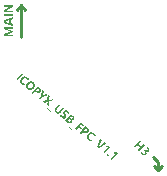
<source format=gto>
G04*
G04 #@! TF.GenerationSoftware,Altium Limited,Altium Designer,20.0.13 (296)*
G04*
G04 Layer_Color=3132362*
%FSLAX44Y44*%
%MOMM*%
G71*
G01*
G75*
%ADD10C,0.2540*%
G36*
X455306Y477931D02*
X455331Y477923D01*
X455381Y477906D01*
X455430Y477890D01*
X455505Y477865D01*
X455596Y477823D01*
X455688Y477782D01*
X455796Y477724D01*
X455903Y477666D01*
X456028Y477591D01*
X456285Y477434D01*
X456559Y477226D01*
X456824Y476977D01*
X456899Y476902D01*
X456941Y476844D01*
X456999Y476786D01*
X457065Y476703D01*
X457206Y476512D01*
X457355Y476280D01*
X457488Y476031D01*
X457604Y475749D01*
X457671Y475450D01*
X457679Y475442D01*
X457671Y475417D01*
X457687Y475318D01*
X457679Y475177D01*
X457663Y474977D01*
X457613Y474762D01*
X457522Y474538D01*
X457397Y474297D01*
X457297Y474181D01*
X457198Y474065D01*
X457190Y474056D01*
X457156Y474023D01*
X457098Y473982D01*
X457015Y473915D01*
X456924Y473857D01*
X456816Y473783D01*
X456683Y473716D01*
X456534Y473650D01*
X456368Y473600D01*
X456194Y473558D01*
X456003Y473534D01*
X455804D01*
X455596Y473558D01*
X455381Y473608D01*
X455148Y473691D01*
X454908Y473816D01*
X454891Y473799D01*
X454916Y473774D01*
X454933Y473741D01*
X454966Y473691D01*
X455040Y473583D01*
X455132Y473426D01*
X455206Y473235D01*
X455281Y473027D01*
X455339Y472803D01*
X455356Y472554D01*
Y472521D01*
X455348Y472447D01*
X455323Y472322D01*
X455298Y472164D01*
X455240Y471990D01*
X455148Y471799D01*
X455024Y471609D01*
X454866Y471418D01*
X454858Y471409D01*
X454833Y471384D01*
X454800Y471351D01*
X454742Y471310D01*
X454667Y471252D01*
X454592Y471194D01*
X454385Y471069D01*
X454136Y470953D01*
X454003Y470903D01*
X453854Y470853D01*
X453696Y470829D01*
X453530Y470812D01*
X453364D01*
X453190Y470820D01*
X453173D01*
X453148Y470829D01*
X453099Y470845D01*
X453024Y470853D01*
X452949Y470878D01*
X452850Y470911D01*
X452734Y470945D01*
X452617Y470994D01*
X452476Y471053D01*
X452335Y471127D01*
X452178Y471202D01*
X452020Y471310D01*
X451862Y471418D01*
X451688Y471542D01*
X451530Y471683D01*
X451356Y471841D01*
X451282Y471916D01*
X451232Y471982D01*
X451165Y472048D01*
X451099Y472131D01*
X451024Y472223D01*
X450933Y472330D01*
X450759Y472554D01*
X450593Y472820D01*
X450443Y473086D01*
X450336Y473359D01*
X451282Y474305D01*
X451290Y474297D01*
Y474264D01*
X451298Y474222D01*
X451315Y474156D01*
X451331Y474073D01*
X451356Y473982D01*
X451389Y473882D01*
X451431Y473774D01*
X451539Y473534D01*
X451680Y473260D01*
X451862Y472994D01*
X451979Y472861D01*
X452095Y472729D01*
X452169Y472654D01*
X452252Y472588D01*
X452369Y472505D01*
X452510Y472413D01*
X452651Y472339D01*
X452808Y472264D01*
X452974Y472231D01*
X452991D01*
X453049Y472223D01*
X453140Y472231D01*
X453248Y472239D01*
X453364Y472272D01*
X453505Y472330D01*
X453646Y472405D01*
X453779Y472521D01*
X453787Y472529D01*
X453796Y472538D01*
X453829Y472588D01*
X453887Y472662D01*
X453945Y472770D01*
X454003Y472895D01*
X454036Y473044D01*
X454053Y473210D01*
X454028Y473384D01*
X454020Y473409D01*
X454003Y473475D01*
X453962Y473567D01*
X453912Y473699D01*
X453821Y473857D01*
X453704Y474023D01*
X453555Y474222D01*
X453373Y474421D01*
X452916Y474878D01*
X453746Y475708D01*
X454211Y475243D01*
X454269Y475201D01*
X454335Y475135D01*
X454435Y475069D01*
X454526Y474994D01*
X454767Y474853D01*
X454908Y474795D01*
X455040Y474745D01*
X455182Y474720D01*
X455331Y474703D01*
X455480Y474720D01*
X455621Y474762D01*
X455754Y474828D01*
X455887Y474944D01*
X455895Y474953D01*
X455912Y474969D01*
X455937Y475011D01*
X455986Y475060D01*
X456053Y475193D01*
X456094Y475284D01*
X456119Y475376D01*
X456136Y475475D01*
X456152Y475591D01*
X456136Y475708D01*
X456119Y475840D01*
X456069Y475973D01*
X455995Y476114D01*
X455895Y476247D01*
X455762Y476396D01*
X455713Y476446D01*
X455663Y476479D01*
X455621Y476521D01*
X455555Y476571D01*
X455397Y476678D01*
X455206Y476786D01*
X454974Y476902D01*
X454717Y476994D01*
X454418Y477060D01*
X455298Y477940D01*
X455306Y477931D01*
D02*
G37*
G36*
X450883Y482736D02*
X448817Y480670D01*
X450999Y478487D01*
X453066Y480553D01*
X454161Y479458D01*
X449033Y474330D01*
X447938Y475425D01*
X450053Y477541D01*
X447871Y479724D01*
X445755Y477608D01*
X444660Y478703D01*
X449788Y483831D01*
X450883Y482736D01*
D02*
G37*
G36*
X341844Y596619D02*
X337150Y593544D01*
X337138Y593532D01*
X337091Y593509D01*
X337021Y593462D01*
X336939Y593415D01*
X336751Y593298D01*
X336657Y593239D01*
X336563Y593192D01*
Y593169D01*
X336575D01*
X336633Y593180D01*
X336727D01*
X336845Y593192D01*
X337009Y593204D01*
X337209D01*
X337443Y593216D01*
X337725D01*
X341844D01*
Y591749D01*
X334592D01*
Y593438D01*
X339156Y596396D01*
X339180Y596407D01*
X339227Y596443D01*
X339309Y596490D01*
X339403Y596548D01*
X339497Y596619D01*
X339591Y596677D01*
X339673Y596724D01*
X339731Y596759D01*
Y596783D01*
X339720D01*
X339684Y596771D01*
X339614D01*
X339509Y596759D01*
X339368Y596748D01*
X339192D01*
X338980Y596736D01*
X338722D01*
X334592D01*
Y598203D01*
X341844D01*
Y596619D01*
D02*
G37*
G36*
Y588533D02*
X334592D01*
Y590071D01*
X341844D01*
Y588533D01*
D02*
G37*
G36*
Y585928D02*
X340189Y585388D01*
Y582748D01*
X341844Y582208D01*
Y580530D01*
X334592Y583194D01*
Y585013D01*
X341844Y587618D01*
Y585928D01*
D02*
G37*
G36*
Y578089D02*
X337443D01*
X337431D01*
X337420D01*
X337384D01*
X337338D01*
X337267D01*
X337197D01*
X337021Y578101D01*
X336798D01*
X336540Y578125D01*
X336235Y578136D01*
X335906Y578160D01*
Y578113D01*
X335918D01*
X335941D01*
X335976Y578101D01*
X336023Y578089D01*
X336141Y578066D01*
X336281Y578031D01*
X336446Y577995D01*
X336598Y577960D01*
X336739Y577925D01*
X336845Y577890D01*
X341844Y576106D01*
Y574874D01*
X336892Y573055D01*
X336880D01*
X336856Y573044D01*
X336798Y573020D01*
X336704Y572996D01*
X336575Y572973D01*
X336493Y572950D01*
X336399Y572926D01*
X336293Y572903D01*
X336176Y572879D01*
X336047Y572856D01*
X335906Y572821D01*
Y572785D01*
X335918D01*
X335941D01*
X336000D01*
X336059Y572797D01*
X336141D01*
X336246Y572809D01*
X336352D01*
X336481Y572821D01*
X336763D01*
X337068Y572832D01*
X337408Y572844D01*
X337748D01*
X341844D01*
Y571447D01*
X334592D01*
Y573701D01*
X338980Y575261D01*
X339004Y575273D01*
X339074Y575297D01*
X339180Y575332D01*
X339309Y575367D01*
X339462Y575414D01*
X339638Y575461D01*
X339814Y575496D01*
X340001Y575531D01*
Y575566D01*
X339990D01*
X339978Y575578D01*
X339943D01*
X339896Y575590D01*
X339790Y575625D01*
X339649Y575660D01*
X339485Y575695D01*
X339309Y575754D01*
X339133Y575801D01*
X338969Y575860D01*
X334592Y577432D01*
Y579627D01*
X341844D01*
Y578089D01*
D02*
G37*
G36*
X350731Y539797D02*
X346069Y534242D01*
X344892Y535230D01*
X349553Y540785D01*
X350731Y539797D01*
D02*
G37*
G36*
X352133Y537579D02*
X352266Y537574D01*
X352426Y537563D01*
X352603Y537537D01*
X352797Y537512D01*
X353008Y537472D01*
X353231Y537409D01*
X353471Y537330D01*
X353712Y537234D01*
X353955Y537122D01*
X354209Y536986D01*
X354456Y536824D01*
X354706Y536630D01*
X354841Y536517D01*
X354906Y536447D01*
X354986Y536380D01*
X355069Y536295D01*
X355160Y536203D01*
X355344Y536003D01*
X355548Y535771D01*
X355727Y535528D01*
X355883Y535275D01*
X354925Y534133D01*
X354916Y534141D01*
X354913Y534174D01*
X354893Y534206D01*
X354871Y534270D01*
X354832Y534334D01*
X354792Y534413D01*
X354750Y534510D01*
X354692Y534604D01*
X354556Y534826D01*
X354378Y535052D01*
X354165Y535291D01*
X353920Y535528D01*
X353839Y535596D01*
X353777Y535632D01*
X353698Y535684D01*
X353610Y535743D01*
X353504Y535800D01*
X353400Y535858D01*
X353140Y535968D01*
X352994Y536014D01*
X352840Y536067D01*
X352679Y536094D01*
X352520Y536105D01*
X352353Y536107D01*
X352179Y536101D01*
X352162Y536099D01*
X352138Y536089D01*
X352089Y536084D01*
X352032Y536071D01*
X351950Y536047D01*
X351852Y536022D01*
X351747Y535988D01*
X351634Y535945D01*
X351506Y535883D01*
X351379Y535822D01*
X351252Y535745D01*
X351101Y535656D01*
X350829Y535441D01*
X350692Y535296D01*
X350554Y535150D01*
X350547Y535141D01*
X350524Y535115D01*
X350486Y535070D01*
X350450Y535008D01*
X350399Y534929D01*
X350340Y534840D01*
X350274Y534743D01*
X350216Y534638D01*
X350089Y534377D01*
X349998Y534086D01*
X349945Y533931D01*
X349917Y533770D01*
X349906Y533611D01*
X349904Y533444D01*
X349906Y533428D01*
X349907Y533411D01*
X349911Y533362D01*
X349926Y533288D01*
X349941Y533214D01*
X349965Y533133D01*
X349999Y533028D01*
X350033Y532923D01*
X350078Y532793D01*
X350130Y532673D01*
X350285Y532420D01*
X350484Y532146D01*
X350611Y532024D01*
X350748Y531894D01*
X350820Y531833D01*
X350881Y531797D01*
X350944Y531744D01*
X351032Y531686D01*
X351121Y531627D01*
X351235Y531562D01*
X351479Y531433D01*
X351757Y531307D01*
X352066Y531201D01*
X352398Y531122D01*
X351485Y530034D01*
X351476Y530042D01*
X351451Y530048D01*
X351399Y530060D01*
X351339Y530080D01*
X351261Y530115D01*
X351167Y530148D01*
X351063Y530189D01*
X350942Y530245D01*
X350811Y530308D01*
X350672Y530380D01*
X350514Y530466D01*
X350364Y530561D01*
X350197Y530671D01*
X350020Y530789D01*
X349841Y530923D01*
X349608Y531119D01*
X349552Y531181D01*
X349462Y531257D01*
X349370Y531365D01*
X349251Y531480D01*
X349139Y531620D01*
X349018Y531768D01*
X348894Y531948D01*
X348770Y532129D01*
X348661Y532328D01*
X348550Y532543D01*
X348464Y532769D01*
X348385Y533003D01*
X348323Y533239D01*
X348292Y533495D01*
X348291Y533511D01*
X348295Y533553D01*
X348288Y533636D01*
X348288Y533728D01*
X348302Y533854D01*
X348315Y533997D01*
X348335Y534148D01*
X348368Y534334D01*
X348410Y534530D01*
X348475Y534735D01*
X348548Y534950D01*
X348645Y535175D01*
X348758Y535401D01*
X348896Y535638D01*
X349050Y535877D01*
X349229Y536109D01*
X349244Y536127D01*
X349282Y536172D01*
X349344Y536227D01*
X349419Y536317D01*
X349535Y536419D01*
X349659Y536530D01*
X349814Y536660D01*
X349978Y536783D01*
X350158Y536923D01*
X350355Y537049D01*
X350578Y537168D01*
X350810Y537280D01*
X351050Y537384D01*
X351318Y537466D01*
X351587Y537531D01*
X351867Y537573D01*
X351883Y537574D01*
X351933Y537578D01*
X352016Y537585D01*
X352133Y537579D01*
D02*
G37*
G36*
X357012Y533500D02*
X357146Y533495D01*
X357296Y533491D01*
X357465Y533473D01*
X357658Y533448D01*
X357861Y533416D01*
X358074Y533359D01*
X358297Y533296D01*
X358529Y533208D01*
X358772Y533096D01*
X359000Y532966D01*
X359247Y532804D01*
X359480Y532625D01*
X359534Y532579D01*
X359589Y532518D01*
X359670Y532450D01*
X359754Y532349D01*
X359855Y532233D01*
X359975Y532102D01*
X360089Y531945D01*
X360195Y531779D01*
X360312Y531590D01*
X360420Y531391D01*
X360505Y531182D01*
X360592Y530956D01*
X360663Y530712D01*
X360709Y530475D01*
X360732Y530210D01*
X360733Y530194D01*
X360738Y530144D01*
X360736Y530069D01*
X360728Y529968D01*
X360714Y529842D01*
X360702Y529700D01*
X360674Y529539D01*
X360640Y529353D01*
X360583Y529156D01*
X360517Y528950D01*
X360437Y528727D01*
X360340Y528502D01*
X360236Y528268D01*
X360098Y528031D01*
X359927Y527791D01*
X359748Y527559D01*
X359733Y527541D01*
X359703Y527505D01*
X359633Y527440D01*
X359558Y527351D01*
X359449Y527258D01*
X359335Y527139D01*
X359187Y527018D01*
X359032Y526888D01*
X358851Y526764D01*
X358663Y526631D01*
X358449Y526504D01*
X358234Y526393D01*
X357993Y526289D01*
X357751Y526201D01*
X357491Y526129D01*
X357228Y526089D01*
X357211Y526087D01*
X357162Y526083D01*
X357086Y526085D01*
X356987Y526076D01*
X356854Y526081D01*
X356711Y526093D01*
X356543Y526112D01*
X356366Y526138D01*
X356163Y526171D01*
X355950Y526227D01*
X355735Y526300D01*
X355502Y526388D01*
X355268Y526492D01*
X355040Y526622D01*
X354802Y526776D01*
X354570Y526956D01*
X354516Y527001D01*
X354460Y527063D01*
X354380Y527131D01*
X354296Y527232D01*
X354194Y527348D01*
X354074Y527479D01*
X353961Y527635D01*
X353838Y527800D01*
X353730Y527982D01*
X353621Y528181D01*
X353520Y528388D01*
X353433Y528614D01*
X353362Y528857D01*
X353307Y529103D01*
X353277Y529358D01*
X353275Y529375D01*
X353271Y529424D01*
X353273Y529499D01*
X353281Y529600D01*
X353287Y529717D01*
X353307Y529869D01*
X353326Y530037D01*
X353368Y530216D01*
X353410Y530411D01*
X353466Y530624D01*
X353546Y530848D01*
X353643Y531073D01*
X353757Y531299D01*
X353894Y531536D01*
X354048Y531774D01*
X354228Y532007D01*
X354243Y532025D01*
X354273Y532061D01*
X354342Y532125D01*
X354418Y532215D01*
X354526Y532308D01*
X354658Y532427D01*
X354796Y532556D01*
X354960Y532679D01*
X355132Y532811D01*
X355329Y532936D01*
X355543Y533063D01*
X355766Y533182D01*
X355999Y533278D01*
X356249Y533375D01*
X356501Y533438D01*
X356772Y533487D01*
X356789Y533489D01*
X356838Y533493D01*
X356921Y533500D01*
X357012Y533500D01*
D02*
G37*
G36*
X364988Y527834D02*
X365025Y527787D01*
X365079Y527742D01*
X365199Y527611D01*
X365338Y527448D01*
X365479Y527269D01*
X365622Y527057D01*
X365760Y526819D01*
X365866Y526561D01*
X365956Y526286D01*
X366007Y525999D01*
X366025Y525692D01*
X365994Y525381D01*
X365950Y525219D01*
X365897Y525065D01*
X365820Y524900D01*
X365733Y524742D01*
X365623Y524574D01*
X365496Y524405D01*
X365489Y524396D01*
X365466Y524369D01*
X365428Y524324D01*
X365367Y524269D01*
X365297Y524204D01*
X365211Y524138D01*
X365118Y524064D01*
X365000Y523979D01*
X364891Y523902D01*
X364748Y523823D01*
X364603Y523760D01*
X364451Y523689D01*
X364272Y523640D01*
X364101Y523600D01*
X363911Y523575D01*
X363721Y523567D01*
X363704Y523565D01*
X363678Y523571D01*
X363620Y523574D01*
X363536Y523584D01*
X363452Y523593D01*
X363333Y523616D01*
X363214Y523639D01*
X363078Y523677D01*
X362932Y523722D01*
X362778Y523776D01*
X362605Y523844D01*
X362440Y523921D01*
X362266Y524006D01*
X362089Y524123D01*
X361912Y524241D01*
X361130Y524898D01*
X359509Y522965D01*
X358322Y523960D01*
X362983Y529516D01*
X364988Y527834D01*
D02*
G37*
G36*
X368539Y524854D02*
X367694Y521949D01*
X367687Y521923D01*
X367681Y521897D01*
X367653Y521845D01*
X367625Y521776D01*
X367584Y521672D01*
X367528Y521551D01*
X367459Y521395D01*
X367468Y521387D01*
X367475Y521396D01*
X367515Y521425D01*
X367561Y521462D01*
X367632Y521510D01*
X367781Y521615D01*
X367947Y521721D01*
X370696Y523044D01*
X371955Y521988D01*
X367137Y519934D01*
X365477Y517956D01*
X364291Y518952D01*
X365935Y520912D01*
X367182Y525993D01*
X368539Y524854D01*
D02*
G37*
G36*
X373564Y520638D02*
X372974Y518237D01*
X372976Y518221D01*
X372962Y518186D01*
X372942Y518126D01*
X372924Y518050D01*
X372891Y517955D01*
X372857Y517861D01*
X372760Y517636D01*
X372769Y517628D01*
X372777Y517637D01*
X372818Y517649D01*
X372873Y517679D01*
X372944Y517727D01*
X373031Y517776D01*
X373135Y517827D01*
X373358Y517946D01*
X375685Y518858D01*
X377007Y517749D01*
X373010Y516400D01*
X372390Y512156D01*
X370979Y513340D01*
X371527Y516020D01*
X371535Y516029D01*
X371534Y516046D01*
X371547Y516080D01*
X371559Y516131D01*
X371587Y516200D01*
X371621Y516278D01*
X371664Y516365D01*
X371721Y516470D01*
X371703Y516485D01*
X371696Y516476D01*
X371672Y516466D01*
X371649Y516439D01*
X371601Y516418D01*
X371538Y516379D01*
X371467Y516331D01*
X371380Y516282D01*
X371268Y516222D01*
X368723Y515233D01*
X367311Y516418D01*
X371422Y517702D01*
X372126Y521845D01*
X373564Y520638D01*
D02*
G37*
G36*
X374503Y507901D02*
X374111Y507434D01*
X370821Y510194D01*
X371213Y510662D01*
X374503Y507901D01*
D02*
G37*
G36*
X382167Y513419D02*
X379451Y510183D01*
X379436Y510165D01*
X379398Y510120D01*
X379355Y510050D01*
X379288Y509952D01*
X379216Y509829D01*
X379136Y509697D01*
X379066Y509541D01*
X379005Y509378D01*
X378955Y509190D01*
X378921Y509004D01*
X378913Y508812D01*
X378931Y508613D01*
X378972Y508425D01*
X379072Y508234D01*
X379205Y508046D01*
X379379Y507869D01*
X379424Y507832D01*
X379485Y507795D01*
X379565Y507744D01*
X379668Y507703D01*
X379781Y507655D01*
X379908Y507624D01*
X380061Y507588D01*
X380221Y507577D01*
X380378Y507582D01*
X380559Y507615D01*
X380753Y507682D01*
X380953Y507774D01*
X381158Y507909D01*
X381367Y508085D01*
X381572Y508311D01*
X384333Y511601D01*
X385520Y510606D01*
X382865Y507441D01*
X382857Y507433D01*
X382842Y507415D01*
X382812Y507379D01*
X382774Y507334D01*
X382720Y507287D01*
X382658Y507232D01*
X382581Y507158D01*
X382504Y507085D01*
X382310Y506926D01*
X382083Y506765D01*
X381831Y506593D01*
X381536Y506442D01*
X381214Y506314D01*
X380873Y506218D01*
X380692Y506185D01*
X380519Y506162D01*
X380329Y506153D01*
X380136Y506162D01*
X379934Y506194D01*
X379738Y506235D01*
X379534Y506284D01*
X379327Y506366D01*
X379119Y506464D01*
X378900Y506586D01*
X378687Y506734D01*
X378473Y506899D01*
X378419Y506944D01*
X378381Y506991D01*
X378336Y507029D01*
X378281Y507090D01*
X378152Y507229D01*
X378021Y507401D01*
X377877Y507613D01*
X377731Y507859D01*
X377614Y508140D01*
X377513Y508439D01*
X377444Y508758D01*
X377428Y508940D01*
X377421Y509114D01*
X377429Y509306D01*
X377446Y509491D01*
X377478Y509694D01*
X377536Y509891D01*
X377601Y510096D01*
X377700Y510305D01*
X377806Y510522D01*
X377937Y510734D01*
X378093Y510956D01*
X378265Y511179D01*
X380980Y514415D01*
X382167Y513419D01*
D02*
G37*
G36*
X386778Y508983D02*
X386794Y508985D01*
X386820Y508979D01*
X386871Y508966D01*
X386946Y508965D01*
X387032Y508939D01*
X387134Y508914D01*
X387252Y508891D01*
X387381Y508844D01*
X387518Y508806D01*
X387674Y508737D01*
X387830Y508667D01*
X387995Y508590D01*
X388171Y508489D01*
X388347Y508371D01*
X388517Y508244D01*
X388704Y508102D01*
X388839Y507989D01*
X388903Y507920D01*
X388984Y507852D01*
X389067Y507767D01*
X389158Y507676D01*
X389351Y507467D01*
X389555Y507235D01*
X389734Y506993D01*
X389889Y506740D01*
X388954Y505625D01*
X388953Y505642D01*
X388942Y505666D01*
X388930Y505706D01*
X388908Y505771D01*
X388877Y505843D01*
X388844Y505932D01*
X388802Y506029D01*
X388751Y506132D01*
X388606Y506361D01*
X388435Y506613D01*
X388221Y506869D01*
X388110Y506992D01*
X387894Y507174D01*
X387806Y507232D01*
X387699Y507306D01*
X387576Y507379D01*
X387429Y507441D01*
X387282Y507503D01*
X387129Y507540D01*
X387113Y507538D01*
X387071Y507543D01*
X386995Y507545D01*
X386905Y507528D01*
X386798Y507511D01*
X386702Y507469D01*
X386598Y507418D01*
X386506Y507327D01*
X386499Y507318D01*
X386476Y507291D01*
X386447Y507239D01*
X386428Y507178D01*
X386393Y507100D01*
X386359Y507006D01*
X386352Y506905D01*
X386354Y506781D01*
X386356Y506764D01*
X386360Y506714D01*
X386393Y506626D01*
X386428Y506504D01*
X386452Y506423D01*
X386485Y506334D01*
X386519Y506229D01*
X386562Y506116D01*
X386623Y505988D01*
X386677Y505851D01*
X386749Y505699D01*
X386829Y505539D01*
X386838Y505532D01*
X386850Y505491D01*
X386880Y505435D01*
X386911Y505363D01*
X386952Y505284D01*
X386995Y505171D01*
X387090Y504938D01*
X387188Y504671D01*
X387272Y504387D01*
X387322Y504100D01*
X387333Y503968D01*
X387336Y503843D01*
X387339Y503810D01*
X387329Y503726D01*
X387307Y503607D01*
X387271Y503437D01*
X387212Y503257D01*
X387130Y503050D01*
X387015Y502840D01*
X386858Y502635D01*
X386851Y502626D01*
X386828Y502599D01*
X386798Y502563D01*
X386736Y502508D01*
X386675Y502452D01*
X386598Y502379D01*
X386409Y502246D01*
X386181Y502101D01*
X386053Y502040D01*
X385907Y501994D01*
X385761Y501948D01*
X385606Y501909D01*
X385441Y501894D01*
X385274Y501897D01*
X385265Y501904D01*
X385232Y501901D01*
X385181Y501913D01*
X385113Y501924D01*
X385029Y501934D01*
X384927Y501958D01*
X384816Y501990D01*
X384687Y502037D01*
X384549Y502091D01*
X384402Y502154D01*
X384237Y502231D01*
X384063Y502315D01*
X383887Y502417D01*
X383702Y502542D01*
X383514Y502684D01*
X383318Y502833D01*
X383228Y502909D01*
X383163Y502978D01*
X383083Y503046D01*
X383000Y503130D01*
X382900Y503230D01*
X382800Y503329D01*
X382578Y503577D01*
X382363Y503849D01*
X382162Y504140D01*
X382003Y504442D01*
X382998Y505629D01*
X383000Y505612D01*
X383003Y505579D01*
X383016Y505522D01*
X383040Y505441D01*
X383072Y505352D01*
X383099Y505238D01*
X383151Y505118D01*
X383205Y504981D01*
X383268Y504836D01*
X383347Y504693D01*
X383532Y504385D01*
X383637Y504235D01*
X383758Y504088D01*
X383895Y503942D01*
X384050Y503797D01*
X384131Y503729D01*
X384228Y503663D01*
X384335Y503589D01*
X384483Y503510D01*
X384622Y503439D01*
X384777Y503386D01*
X384921Y503357D01*
X384938Y503358D01*
X384980Y503354D01*
X385062Y503361D01*
X385145Y503368D01*
X385243Y503393D01*
X385348Y503427D01*
X385451Y503495D01*
X385535Y503577D01*
X385543Y503586D01*
X385565Y503613D01*
X385594Y503665D01*
X385621Y503735D01*
X385656Y503812D01*
X385680Y503915D01*
X385694Y504041D01*
X385692Y504165D01*
X385690Y504182D01*
X385677Y504239D01*
X385652Y504337D01*
X385646Y504403D01*
X385615Y504475D01*
X385582Y504564D01*
X385548Y504669D01*
X385504Y504782D01*
X385443Y504910D01*
X385381Y505055D01*
X385317Y505215D01*
X385227Y505382D01*
X385127Y505574D01*
X385117Y505598D01*
X385096Y505646D01*
X385056Y505726D01*
X385003Y505846D01*
X384957Y505992D01*
X384910Y506154D01*
X384861Y506333D01*
X384819Y506521D01*
X384784Y506735D01*
X384773Y506959D01*
X384770Y507175D01*
X384792Y507402D01*
X384838Y507639D01*
X384911Y507854D01*
X385033Y508073D01*
X385174Y508276D01*
X385181Y508285D01*
X385204Y508312D01*
X385234Y508348D01*
X385288Y508395D01*
X385350Y508450D01*
X385436Y508516D01*
X385615Y508657D01*
X385853Y508794D01*
X385981Y508855D01*
X386127Y508901D01*
X386273Y508947D01*
X386429Y508969D01*
X386602Y508993D01*
X386778Y508983D01*
D02*
G37*
G36*
X393233Y504134D02*
X393288Y504072D01*
X393360Y504012D01*
X393442Y503927D01*
X393534Y503835D01*
X393618Y503734D01*
X393812Y503510D01*
X393993Y503251D01*
X394150Y502981D01*
X394203Y502844D01*
X394249Y502699D01*
X394258Y502691D01*
X394252Y502665D01*
X394278Y502568D01*
X394282Y502426D01*
X394298Y502245D01*
X394267Y502025D01*
X394203Y501803D01*
X394107Y501562D01*
X394026Y501446D01*
X393944Y501331D01*
X393937Y501322D01*
X393929Y501313D01*
X393907Y501286D01*
X393876Y501250D01*
X393791Y501184D01*
X393682Y501091D01*
X393541Y500996D01*
X393373Y500906D01*
X393179Y500839D01*
X392967Y500787D01*
X392934Y500784D01*
X392868Y500779D01*
X392752Y500768D01*
X392602Y500772D01*
X392425Y500798D01*
X392231Y500823D01*
X392018Y500879D01*
X391811Y500961D01*
X391796Y500943D01*
X391823Y500920D01*
X391842Y500889D01*
X391880Y500842D01*
X391956Y500732D01*
X392061Y500583D01*
X392168Y500401D01*
X392253Y500192D01*
X392331Y499973D01*
X392369Y499727D01*
X392372Y499694D01*
X392370Y499619D01*
X392365Y499485D01*
X392345Y499333D01*
X392295Y499146D01*
X392229Y498940D01*
X392122Y498739D01*
X391974Y498526D01*
X391967Y498517D01*
X391944Y498490D01*
X391914Y498454D01*
X391860Y498408D01*
X391798Y498353D01*
X391728Y498288D01*
X391549Y498148D01*
X391311Y498010D01*
X391192Y497941D01*
X391055Y497888D01*
X390910Y497842D01*
X390755Y497803D01*
X390598Y497781D01*
X390424Y497774D01*
X390407Y497773D01*
X390382Y497779D01*
X390340Y497784D01*
X390265Y497785D01*
X390188Y497804D01*
X390095Y497821D01*
X389977Y497843D01*
X389856Y497883D01*
X389720Y497921D01*
X389582Y497976D01*
X389418Y498036D01*
X389270Y498115D01*
X389103Y498209D01*
X388928Y498310D01*
X388759Y498437D01*
X388580Y498571D01*
X386504Y500313D01*
X391165Y505869D01*
X393233Y504134D01*
D02*
G37*
G36*
X402663Y496221D02*
X401848Y495250D01*
X399861Y496917D01*
X398662Y495488D01*
X400487Y493957D01*
X399680Y492995D01*
X397855Y494526D01*
X396014Y492333D01*
X394828Y493329D01*
X399489Y498884D01*
X402663Y496221D01*
D02*
G37*
G36*
X392958Y492415D02*
X392566Y491948D01*
X389276Y494709D01*
X389668Y495176D01*
X392958Y492415D01*
D02*
G37*
G36*
X405602Y493755D02*
X405639Y493708D01*
X405693Y493663D01*
X405813Y493532D01*
X405952Y493369D01*
X406093Y493190D01*
X406236Y492977D01*
X406374Y492739D01*
X406480Y492482D01*
X406570Y492207D01*
X406620Y491920D01*
X406639Y491613D01*
X406608Y491302D01*
X406564Y491140D01*
X406511Y490985D01*
X406433Y490821D01*
X406347Y490663D01*
X406237Y490495D01*
X406110Y490326D01*
X406103Y490317D01*
X406080Y490290D01*
X406042Y490245D01*
X405981Y490190D01*
X405911Y490125D01*
X405825Y490059D01*
X405732Y489985D01*
X405615Y489899D01*
X405505Y489823D01*
X405362Y489744D01*
X405217Y489681D01*
X405065Y489610D01*
X404886Y489561D01*
X404715Y489521D01*
X404525Y489496D01*
X404334Y489487D01*
X404318Y489486D01*
X404292Y489492D01*
X404234Y489495D01*
X404150Y489505D01*
X404066Y489514D01*
X403947Y489537D01*
X403828Y489560D01*
X403692Y489598D01*
X403546Y489643D01*
X403392Y489696D01*
X403219Y489765D01*
X403054Y489842D01*
X402880Y489927D01*
X402703Y490044D01*
X402526Y490162D01*
X401744Y490818D01*
X400122Y488886D01*
X398936Y489881D01*
X403597Y495437D01*
X405602Y493755D01*
D02*
G37*
G36*
X408550Y490239D02*
X408684Y490234D01*
X408843Y490223D01*
X409020Y490197D01*
X409214Y490173D01*
X409426Y490133D01*
X409648Y490069D01*
X409888Y489990D01*
X410130Y489894D01*
X410373Y489782D01*
X410626Y489646D01*
X410873Y489485D01*
X411124Y489290D01*
X411259Y489177D01*
X411323Y489108D01*
X411404Y489040D01*
X411486Y488955D01*
X411577Y488863D01*
X411762Y488663D01*
X411965Y488431D01*
X412145Y488188D01*
X412300Y487935D01*
X411342Y486794D01*
X411333Y486801D01*
X411330Y486834D01*
X411311Y486866D01*
X411288Y486931D01*
X411250Y486994D01*
X411209Y487074D01*
X411167Y487170D01*
X411109Y487265D01*
X410973Y487486D01*
X410795Y487712D01*
X410583Y487952D01*
X410337Y488188D01*
X410256Y488256D01*
X410195Y488293D01*
X410115Y488344D01*
X410027Y488403D01*
X409922Y488460D01*
X409817Y488518D01*
X409557Y488628D01*
X409412Y488674D01*
X409257Y488727D01*
X409096Y488755D01*
X408937Y488766D01*
X408770Y488768D01*
X408596Y488761D01*
X408580Y488759D01*
X408555Y488749D01*
X408506Y488745D01*
X408449Y488731D01*
X408368Y488707D01*
X408270Y488682D01*
X408164Y488648D01*
X408052Y488605D01*
X407924Y488544D01*
X407796Y488483D01*
X407669Y488405D01*
X407519Y488317D01*
X407246Y488101D01*
X407109Y487956D01*
X406972Y487811D01*
X406964Y487802D01*
X406941Y487775D01*
X406904Y487730D01*
X406868Y487668D01*
X406816Y487589D01*
X406757Y487500D01*
X406691Y487403D01*
X406633Y487298D01*
X406506Y487037D01*
X406415Y486746D01*
X406362Y486591D01*
X406334Y486431D01*
X406323Y486271D01*
X406321Y486105D01*
X406323Y486088D01*
X406324Y486072D01*
X406329Y486022D01*
X406343Y485948D01*
X406358Y485874D01*
X406382Y485793D01*
X406416Y485688D01*
X406450Y485583D01*
X406495Y485453D01*
X406547Y485333D01*
X406702Y485080D01*
X406901Y484806D01*
X407029Y484684D01*
X407165Y484554D01*
X407237Y484494D01*
X407298Y484458D01*
X407361Y484405D01*
X407450Y484346D01*
X407538Y484287D01*
X407652Y484222D01*
X407897Y484093D01*
X408174Y483968D01*
X408483Y483862D01*
X408815Y483782D01*
X407902Y482695D01*
X407893Y482702D01*
X407868Y482708D01*
X407817Y482720D01*
X407757Y482740D01*
X407679Y482775D01*
X407584Y482808D01*
X407481Y482849D01*
X407359Y482905D01*
X407229Y482969D01*
X407089Y483040D01*
X406932Y483126D01*
X406782Y483221D01*
X406614Y483331D01*
X406437Y483449D01*
X406259Y483584D01*
X406025Y483780D01*
X405970Y483842D01*
X405880Y483917D01*
X405787Y484025D01*
X405669Y484140D01*
X405556Y484280D01*
X405435Y484428D01*
X405311Y484608D01*
X405187Y484789D01*
X405078Y484988D01*
X404967Y485203D01*
X404881Y485429D01*
X404802Y485663D01*
X404740Y485900D01*
X404709Y486155D01*
X404708Y486172D01*
X404713Y486214D01*
X404705Y486296D01*
X404706Y486388D01*
X404720Y486514D01*
X404732Y486657D01*
X404752Y486809D01*
X404786Y486995D01*
X404827Y487190D01*
X404892Y487396D01*
X404965Y487610D01*
X405062Y487835D01*
X405176Y488062D01*
X405313Y488299D01*
X405467Y488537D01*
X405647Y488769D01*
X405662Y488787D01*
X405700Y488832D01*
X405761Y488888D01*
X405837Y488978D01*
X405953Y489079D01*
X406076Y489190D01*
X406232Y489320D01*
X406396Y489443D01*
X406575Y489584D01*
X406772Y489709D01*
X406995Y489828D01*
X407227Y489940D01*
X407468Y490045D01*
X407735Y490126D01*
X408004Y490192D01*
X408284Y490233D01*
X408301Y490234D01*
X408350Y490238D01*
X408433Y490246D01*
X408550Y490239D01*
D02*
G37*
G36*
X410155Y477986D02*
X409763Y477518D01*
X406473Y480279D01*
X406865Y480746D01*
X410155Y477986D01*
D02*
G37*
G36*
X417360Y483889D02*
X415269Y478949D01*
X415261Y478940D01*
X415241Y478880D01*
X415205Y478819D01*
X415163Y478732D01*
X415113Y478636D01*
X415048Y478522D01*
X414916Y478311D01*
X414943Y478288D01*
X414951Y478297D01*
X414990Y478325D01*
X415044Y478372D01*
X415113Y478436D01*
X415199Y478502D01*
X415293Y478577D01*
X415528Y478747D01*
X420021Y481656D01*
X421262Y480615D01*
X414667Y476681D01*
X413328Y477805D01*
X416084Y484960D01*
X417360Y483889D01*
D02*
G37*
G36*
X421394Y479294D02*
X421445Y479282D01*
X421506Y479245D01*
X421592Y479219D01*
X421704Y479171D01*
X421833Y479124D01*
X421979Y479078D01*
X422150Y479027D01*
X422509Y478925D01*
X422917Y478827D01*
X423348Y478757D01*
X423785Y478712D01*
X424531Y478086D01*
X419764Y472404D01*
X418596Y473385D01*
X422262Y477754D01*
X422245Y477752D01*
X422203Y477757D01*
X422119Y477766D01*
X422018Y477774D01*
X421883Y477795D01*
X421739Y477825D01*
X421577Y477869D01*
X421389Y477919D01*
X421364Y477925D01*
X421304Y477945D01*
X421209Y477978D01*
X421096Y478027D01*
X420959Y478081D01*
X420828Y478145D01*
X420680Y478223D01*
X420547Y478303D01*
X421385Y479301D01*
X421394Y479294D01*
D02*
G37*
G36*
X422591Y471702D02*
X422659Y471691D01*
X422752Y471674D01*
X422854Y471650D01*
X422957Y471609D01*
X423062Y471552D01*
X423178Y471470D01*
X423223Y471432D01*
X423269Y471378D01*
X423325Y471316D01*
X423383Y471222D01*
X423432Y471134D01*
X423475Y471021D01*
X423503Y470891D01*
X423505Y470874D01*
X423508Y470841D01*
X423506Y470766D01*
X423504Y470691D01*
X423487Y470598D01*
X423455Y470486D01*
X423405Y470391D01*
X423331Y470284D01*
X423324Y470275D01*
X423294Y470239D01*
X423247Y470202D01*
X423176Y470154D01*
X423098Y470097D01*
X423002Y470055D01*
X422887Y470029D01*
X422764Y470010D01*
X422748Y470008D01*
X422706Y470013D01*
X422638Y470023D01*
X422561Y470042D01*
X422467Y470075D01*
X422363Y470116D01*
X422249Y470181D01*
X422134Y470263D01*
X422089Y470300D01*
X422043Y470355D01*
X421987Y470416D01*
X421929Y470511D01*
X421871Y470606D01*
X421828Y470719D01*
X421792Y470841D01*
X421790Y470857D01*
X421787Y470890D01*
X421789Y470965D01*
X421791Y471041D01*
X421808Y471134D01*
X421832Y471236D01*
X421890Y471341D01*
X421956Y471438D01*
X421964Y471447D01*
X421994Y471483D01*
X422048Y471530D01*
X422111Y471568D01*
X422199Y471618D01*
X422295Y471659D01*
X422400Y471694D01*
X422533Y471705D01*
X422549Y471707D01*
X422591Y471702D01*
D02*
G37*
G36*
X428028Y473727D02*
X428079Y473715D01*
X428140Y473679D01*
X428226Y473653D01*
X428339Y473604D01*
X428468Y473557D01*
X428613Y473512D01*
X428784Y473460D01*
X429143Y473358D01*
X429551Y473260D01*
X429982Y473190D01*
X430420Y473145D01*
X431166Y472519D01*
X426398Y466838D01*
X425230Y467818D01*
X428896Y472187D01*
X428879Y472186D01*
X428837Y472190D01*
X428753Y472199D01*
X428652Y472207D01*
X428517Y472229D01*
X428373Y472258D01*
X428211Y472302D01*
X428023Y472352D01*
X427998Y472358D01*
X427938Y472378D01*
X427843Y472411D01*
X427731Y472460D01*
X427593Y472514D01*
X427462Y472578D01*
X427314Y472657D01*
X427182Y472737D01*
X428019Y473735D01*
X428028Y473727D01*
D02*
G37*
%LPC*%
G36*
X338992Y585025D02*
X336469Y584192D01*
X336457D01*
X336422Y584180D01*
X336375Y584168D01*
X336305Y584145D01*
X336211Y584133D01*
X336105Y584109D01*
X335976Y584098D01*
X335835Y584086D01*
Y584039D01*
X335847D01*
X335894D01*
X335953Y584027D01*
X336035Y584016D01*
X336129Y583992D01*
X336235Y583980D01*
X336457Y583910D01*
X338992Y583088D01*
Y585025D01*
D02*
G37*
G36*
X357347Y532055D02*
X357198Y532042D01*
X357042Y532020D01*
X357034Y532011D01*
X357001Y532008D01*
X356961Y531996D01*
X356904Y531983D01*
X356832Y531951D01*
X356743Y531919D01*
X356646Y531877D01*
X356543Y531826D01*
X356431Y531766D01*
X356312Y531698D01*
X356061Y531526D01*
X355797Y531303D01*
X355667Y531166D01*
X355530Y531021D01*
X355523Y531012D01*
X355500Y530985D01*
X355462Y530940D01*
X355426Y530879D01*
X355366Y530807D01*
X355307Y530718D01*
X355257Y530622D01*
X355183Y530516D01*
X355056Y530255D01*
X354938Y529986D01*
X354848Y529679D01*
X354811Y529526D01*
X354800Y529366D01*
X354802Y529350D01*
X354803Y529333D01*
X354808Y529284D01*
X354804Y529225D01*
X354826Y529069D01*
X354877Y528873D01*
X354947Y528646D01*
X355059Y528414D01*
X355136Y528288D01*
X355221Y528171D01*
X355331Y528064D01*
X355449Y527949D01*
X355512Y527896D01*
X355574Y527860D01*
X355635Y527824D01*
X355714Y527772D01*
X355897Y527680D01*
X356114Y527591D01*
X356369Y527530D01*
X356511Y527517D01*
X356654Y527505D01*
X356795Y527509D01*
X356943Y527538D01*
X356959Y527540D01*
X356983Y527550D01*
X357024Y527562D01*
X357081Y527575D01*
X357153Y527607D01*
X357234Y527630D01*
X357331Y527672D01*
X357435Y527723D01*
X357546Y527783D01*
X357665Y527851D01*
X357791Y527929D01*
X357916Y528023D01*
X358180Y528246D01*
X358319Y528375D01*
X358447Y528528D01*
X358455Y528537D01*
X358477Y528564D01*
X358515Y528609D01*
X358559Y528679D01*
X358619Y528751D01*
X358685Y528848D01*
X358752Y528946D01*
X358825Y529069D01*
X358961Y529322D01*
X359085Y529616D01*
X359176Y529907D01*
X359224Y530220D01*
X359231Y530229D01*
X359221Y530253D01*
X359220Y530361D01*
X359207Y530510D01*
X359156Y530705D01*
X359088Y530916D01*
X358967Y531155D01*
X358804Y531399D01*
X358695Y531506D01*
X358576Y531621D01*
X358513Y531674D01*
X358452Y531710D01*
X358390Y531746D01*
X358311Y531798D01*
X358128Y531890D01*
X357895Y531978D01*
X357768Y532008D01*
X357640Y532039D01*
X357497Y532051D01*
X357347Y532055D01*
D02*
G37*
G36*
X363401Y527603D02*
X361892Y525806D01*
X362449Y525338D01*
X362511Y525302D01*
X362581Y525258D01*
X362670Y525199D01*
X362775Y525141D01*
X362887Y525093D01*
X363024Y525055D01*
X363161Y525017D01*
X363303Y525004D01*
X363453Y525001D01*
X363610Y525023D01*
X363756Y525069D01*
X363915Y525150D01*
X364064Y525254D01*
X364209Y525409D01*
X364217Y525418D01*
X364239Y525444D01*
X364268Y525497D01*
X364312Y525567D01*
X364356Y525638D01*
X364389Y525732D01*
X364421Y525844D01*
X364460Y525964D01*
X364474Y526090D01*
X364470Y526231D01*
X364450Y526371D01*
X364411Y526526D01*
X364331Y526685D01*
X364234Y526843D01*
X364094Y527006D01*
X363922Y527166D01*
X363401Y527603D01*
D02*
G37*
G36*
X391613Y503992D02*
X390458Y502617D01*
X391088Y502089D01*
X391176Y502030D01*
X391281Y501972D01*
X391395Y501907D01*
X391533Y501853D01*
X391679Y501807D01*
X391821Y501795D01*
X391838Y501796D01*
X391888Y501800D01*
X391961Y501815D01*
X392059Y501841D01*
X392172Y501884D01*
X392283Y501943D01*
X392401Y502029D01*
X392515Y502147D01*
X392523Y502156D01*
X392538Y502174D01*
X392559Y502217D01*
X392580Y502261D01*
X392636Y502382D01*
X392653Y502476D01*
X392670Y502569D01*
X392670Y502660D01*
X392660Y502776D01*
X392625Y502898D01*
X392572Y503018D01*
X392495Y503145D01*
X392399Y503286D01*
X392270Y503425D01*
X392116Y503570D01*
X391613Y503992D01*
D02*
G37*
G36*
X389712Y501727D02*
X388429Y500199D01*
X389202Y499550D01*
X389291Y499491D01*
X389414Y499418D01*
X389544Y499355D01*
X389691Y499293D01*
X389846Y499240D01*
X390005Y499229D01*
X390022Y499230D01*
X390071Y499234D01*
X390154Y499242D01*
X390259Y499276D01*
X390372Y499319D01*
X390500Y499380D01*
X390625Y499474D01*
X390740Y499593D01*
X390755Y499611D01*
X390785Y499647D01*
X390836Y499726D01*
X390879Y499813D01*
X390918Y499933D01*
X390949Y500061D01*
X390961Y500204D01*
X390948Y500352D01*
X390947Y500369D01*
X390926Y500417D01*
X390893Y500506D01*
X390851Y500602D01*
X390774Y500728D01*
X390687Y500863D01*
X390558Y501001D01*
X390404Y501146D01*
X389712Y501727D01*
D02*
G37*
G36*
X404015Y493524D02*
X402506Y491726D01*
X403063Y491259D01*
X403125Y491222D01*
X403195Y491179D01*
X403284Y491120D01*
X403389Y491062D01*
X403501Y491014D01*
X403638Y490976D01*
X403774Y490938D01*
X403917Y490925D01*
X404067Y490922D01*
X404224Y490944D01*
X404370Y490990D01*
X404529Y491070D01*
X404678Y491175D01*
X404823Y491329D01*
X404831Y491338D01*
X404853Y491365D01*
X404882Y491418D01*
X404926Y491488D01*
X404970Y491559D01*
X405003Y491653D01*
X405035Y491764D01*
X405074Y491884D01*
X405088Y492010D01*
X405084Y492152D01*
X405064Y492292D01*
X405025Y492447D01*
X404945Y492606D01*
X404847Y492764D01*
X404708Y492927D01*
X404536Y493087D01*
X404015Y493524D01*
D02*
G37*
%LPD*%
D10*
X460490Y469532D02*
X464702Y465319D01*
X464734Y458465D02*
Y465287D01*
X464665Y458396D02*
X464734Y458465D01*
Y458117D02*
X464803D01*
X468348Y461662D01*
X461200Y461712D02*
X464744Y458167D01*
X349024Y597711D02*
X352568Y594166D01*
X345420Y594216D02*
X348965Y597760D01*
X349034D01*
Y597413D02*
X349103Y597482D01*
X349034Y571143D02*
Y597413D01*
M02*

</source>
